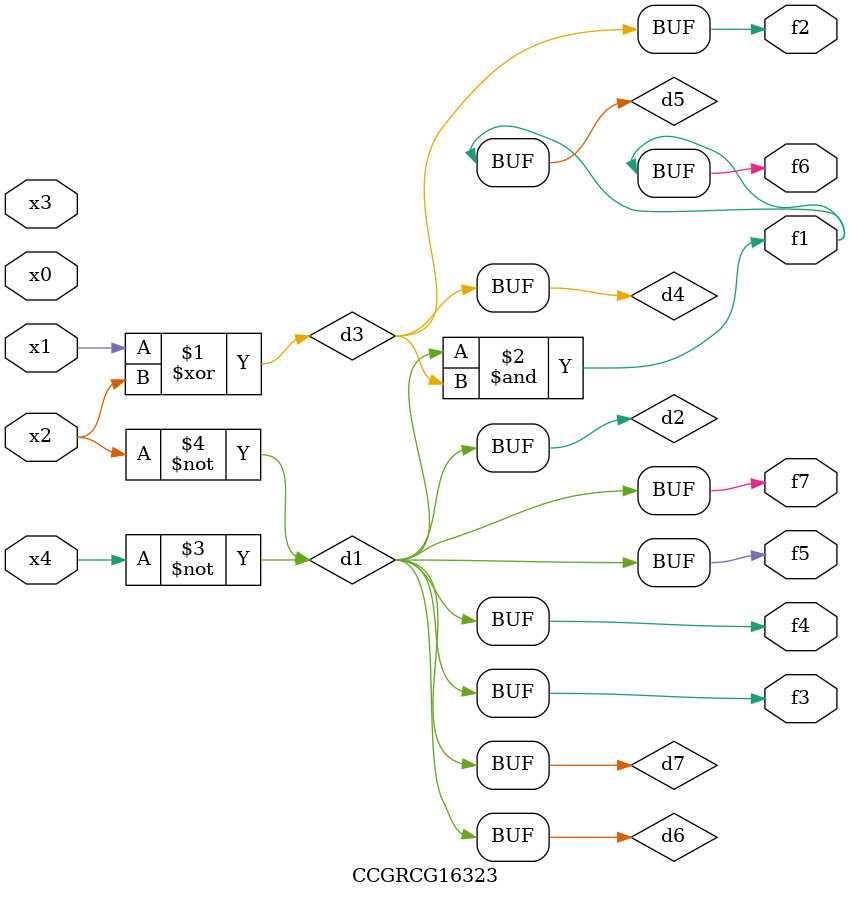
<source format=v>
module CCGRCG16323(
	input x0, x1, x2, x3, x4,
	output f1, f2, f3, f4, f5, f6, f7
);

	wire d1, d2, d3, d4, d5, d6, d7;

	not (d1, x4);
	not (d2, x2);
	xor (d3, x1, x2);
	buf (d4, d3);
	and (d5, d1, d3);
	buf (d6, d1, d2);
	buf (d7, d2);
	assign f1 = d5;
	assign f2 = d4;
	assign f3 = d7;
	assign f4 = d7;
	assign f5 = d7;
	assign f6 = d5;
	assign f7 = d7;
endmodule

</source>
